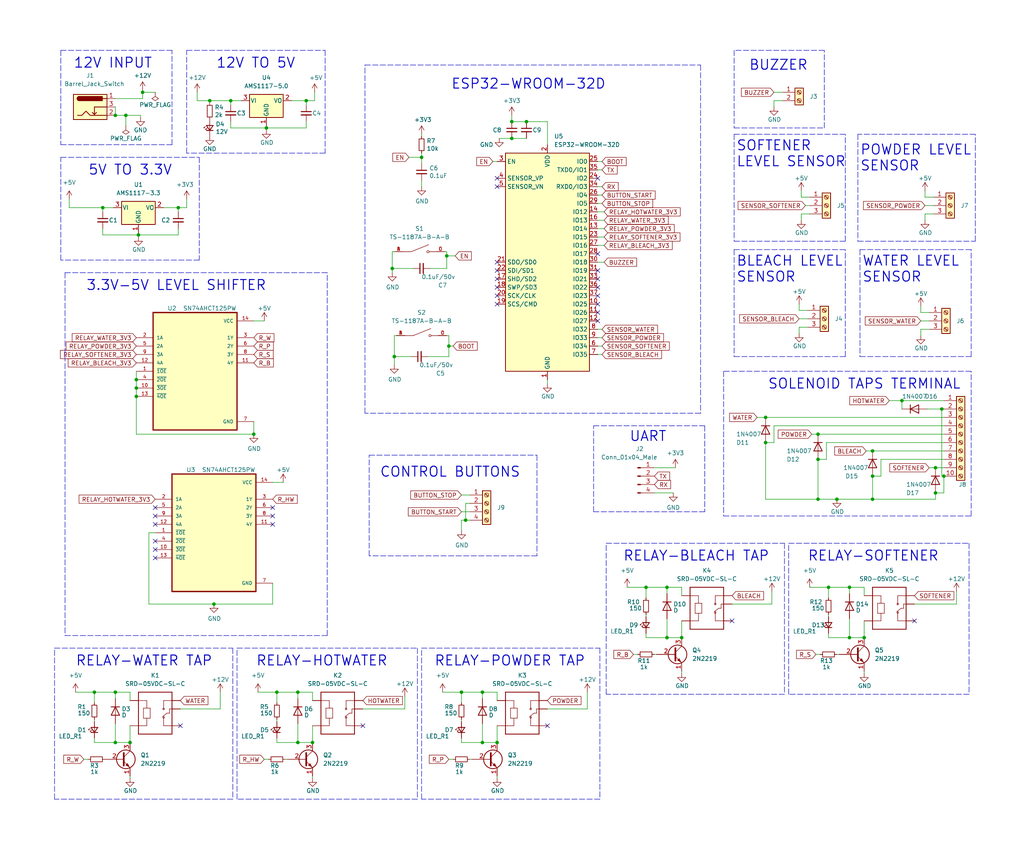
<source format=kicad_sch>
(kicad_sch (version 20211123) (generator eeschema)
  (paper "User" 310.007 260.02)
  (junction (at 201.93 177.8))
  (junction (at 43.18 27.94))
  (junction (at 119.38 107.95))
  (junction (at 135.255 77.47))
  (junction (at 283.21 141.605))
  (junction (at 154.94 36.83))
  (junction (at 257.175 193.04))
  (junction (at 250.825 177.8))
  (junction (at 201.93 193.04))
  (junction (at 31.115 62.865))
  (junction (at 146.05 209.55))
  (junction (at 80.645 38.735))
  (junction (at 283.21 149.225))
  (junction (at 247.65 139.065))
  (junction (at 53.975 62.865))
  (junction (at 264.16 136.525))
  (junction (at 140.97 157.48))
  (junction (at 247.65 131.445))
  (junction (at 94.615 224.79))
  (junction (at 64.77 182.88))
  (junction (at 261.62 193.04))
  (junction (at 34.925 224.79))
  (junction (at 90.17 209.55))
  (junction (at 83.82 209.55))
  (junction (at 39.37 224.79))
  (junction (at 273.05 121.285))
  (junction (at 231.775 133.985))
  (junction (at 195.58 177.8))
  (junction (at 76.835 131.445))
  (junction (at 41.91 71.12))
  (junction (at 206.375 193.04))
  (junction (at 253.365 151.13))
  (junction (at 118.745 81.28))
  (junction (at 34.925 34.925))
  (junction (at 69.85 30.48))
  (junction (at 154.94 41.91))
  (junction (at 231.775 126.365))
  (junction (at 63.5 30.48))
  (junction (at 247.65 151.13))
  (junction (at 90.17 224.79))
  (junction (at 146.05 224.79))
  (junction (at 257.175 177.8))
  (junction (at 150.495 224.79))
  (junction (at 127.635 47.625))
  (junction (at 264.16 144.145))
  (junction (at 41.275 120.015))
  (junction (at 159.385 36.83))
  (junction (at 139.7 209.55))
  (junction (at 41.275 117.475))
  (junction (at 28.575 209.55))
  (junction (at 92.71 30.48))
  (junction (at 264.16 151.13))
  (junction (at 285.75 144.145))
  (junction (at 38.1 34.925))
  (junction (at 41.275 114.935))
  (junction (at 285.115 123.825))
  (junction (at 34.925 209.55))
  (junction (at 135.89 104.775))
  (no_connect (at 82.55 153.67))
  (no_connect (at 46.99 153.67))
  (no_connect (at 46.99 163.83))
  (no_connect (at 46.99 168.91))
  (no_connect (at 46.99 158.75))
  (no_connect (at 46.99 156.21))
  (no_connect (at 46.99 166.37))
  (no_connect (at 82.55 158.75))
  (no_connect (at 82.55 156.21))
  (no_connect (at 54.61 219.71))
  (no_connect (at 109.855 219.71))
  (no_connect (at 150.495 89.535))
  (no_connect (at 150.495 92.075))
  (no_connect (at 150.495 84.455))
  (no_connect (at 150.495 79.375))
  (no_connect (at 150.495 81.915))
  (no_connect (at 150.495 86.995))
  (no_connect (at 165.735 219.71))
  (no_connect (at 150.495 53.975))
  (no_connect (at 150.495 56.515))
  (no_connect (at 180.975 53.975))
  (no_connect (at 276.86 187.96))
  (no_connect (at 221.615 187.96))
  (no_connect (at 180.975 84.455))
  (no_connect (at 180.975 97.155))
  (no_connect (at 180.975 94.615))
  (no_connect (at 180.975 89.535))
  (no_connect (at 180.975 92.075))
  (no_connect (at 180.975 86.995))
  (no_connect (at 180.975 76.835))
  (no_connect (at 180.975 81.915))
  (wire (pts (xy 250.825 186.055) (xy 250.825 186.69)))
  (wire (pts (xy 118.745 81.28) (xy 118.745 82.55)))
  (wire (pts (xy 41.275 120.015) (xy 41.275 131.445)))
  (wire (pts (xy 195.58 191.77) (xy 195.58 193.04)))
  (wire (pts (xy 289.56 179.07) (xy 289.56 182.88)))
  (wire (pts (xy 146.05 219.075) (xy 146.05 224.79)))
  (polyline (pts (xy 99.06 82.55) (xy 19.685 82.55)))
  (wire (pts (xy 180.975 64.135) (xy 182.88 64.135)))
  (wire (pts (xy 231.775 151.13) (xy 247.65 151.13)))
  (polyline (pts (xy 294.005 112.395) (xy 219.075 112.395)))
  (wire (pts (xy 281.305 141.605) (xy 283.21 141.605)))
  (wire (pts (xy 234.315 27.94) (xy 236.855 27.94)))
  (wire (pts (xy 39.37 209.55) (xy 39.37 212.09)))
  (wire (pts (xy 38.1 34.925) (xy 42.545 34.925)))
  (wire (pts (xy 82.55 176.53) (xy 82.55 182.88)))
  (wire (pts (xy 135.89 104.775) (xy 135.89 107.95)))
  (wire (pts (xy 273.05 123.825) (xy 273.05 121.285)))
  (polyline (pts (xy 255.905 73.025) (xy 255.905 40.64)))
  (wire (pts (xy 66.675 214.63) (xy 66.675 209.55)))
  (polyline (pts (xy 99.06 192.405) (xy 99.06 82.55)))
  (wire (pts (xy 82.55 182.88) (xy 64.77 182.88)))
  (wire (pts (xy 92.71 31.75) (xy 92.71 30.48)))
  (wire (pts (xy 129.54 107.95) (xy 135.89 107.95)))
  (wire (pts (xy 283.21 141.605) (xy 285.75 141.605)))
  (wire (pts (xy 180.975 48.895) (xy 182.245 48.895)))
  (polyline (pts (xy 238.76 210.185) (xy 238.76 164.465)))
  (polyline (pts (xy 111.76 137.795) (xy 162.56 137.795)))
  (wire (pts (xy 283.21 151.13) (xy 283.21 149.225)))
  (polyline (pts (xy 212.09 125.095) (xy 110.49 125.095)))
  (wire (pts (xy 92.71 36.83) (xy 92.71 38.735)))
  (wire (pts (xy 20.955 62.865) (xy 31.115 62.865)))
  (wire (pts (xy 261.62 187.96) (xy 261.62 193.04)))
  (wire (pts (xy 54.61 214.63) (xy 66.675 214.63)))
  (wire (pts (xy 56.515 60.325) (xy 56.515 62.865)))
  (polyline (pts (xy 18.415 47.625) (xy 60.325 47.625)))
  (wire (pts (xy 250.825 191.77) (xy 250.825 193.04)))
  (polyline (pts (xy 127.635 241.935) (xy 127.635 196.215)))
  (polyline (pts (xy 294.005 75.565) (xy 260.35 75.565)))
  (wire (pts (xy 133.985 209.55) (xy 139.7 209.55)))
  (polyline (pts (xy 179.705 128.905) (xy 213.36 128.905)))
  (polyline (pts (xy 71.755 241.935) (xy 71.755 196.215)))
  (wire (pts (xy 247.65 131.445) (xy 285.75 131.445)))
  (wire (pts (xy 264.16 144.145) (xy 266.7 144.145)))
  (wire (pts (xy 139.7 209.55) (xy 146.05 209.55)))
  (wire (pts (xy 43.18 27.305) (xy 43.18 27.94)))
  (wire (pts (xy 201.93 177.8) (xy 206.375 177.8)))
  (wire (pts (xy 229.235 126.365) (xy 231.775 126.365)))
  (wire (pts (xy 34.925 34.925) (xy 38.1 34.925)))
  (wire (pts (xy 69.85 30.48) (xy 73.025 30.48)))
  (wire (pts (xy 20.955 60.325) (xy 20.955 62.865)))
  (wire (pts (xy 264.16 151.13) (xy 283.21 151.13)))
  (wire (pts (xy 83.82 212.725) (xy 83.82 209.55)))
  (polyline (pts (xy 98.425 15.24) (xy 98.425 46.355)))
  (wire (pts (xy 83.82 224.79) (xy 90.17 224.79)))
  (wire (pts (xy 264.16 144.145) (xy 264.16 151.13)))
  (wire (pts (xy 34.925 209.55) (xy 39.37 209.55)))
  (wire (pts (xy 49.53 62.865) (xy 53.975 62.865)))
  (polyline (pts (xy 259.715 73.025) (xy 295.275 73.025)))
  (wire (pts (xy 90.17 209.55) (xy 90.17 211.455)))
  (polyline (pts (xy 219.075 156.21) (xy 294.005 156.21)))
  (wire (pts (xy 135.255 76.2) (xy 135.255 77.47)))
  (wire (pts (xy 139.7 149.86) (xy 142.24 149.86)))
  (wire (pts (xy 43.18 27.94) (xy 43.18 29.845)))
  (wire (pts (xy 92.71 38.735) (xy 80.645 38.735)))
  (wire (pts (xy 150.495 219.71) (xy 150.495 224.79)))
  (polyline (pts (xy 18.415 78.74) (xy 18.415 47.625)))
  (wire (pts (xy 231.775 126.365) (xy 285.75 126.365)))
  (polyline (pts (xy 18.415 43.815) (xy 52.07 43.815)))
  (wire (pts (xy 137.795 77.47) (xy 135.255 77.47)))
  (wire (pts (xy 127.635 40.64) (xy 127.635 41.275)))
  (wire (pts (xy 118.745 81.28) (xy 118.745 76.2)))
  (wire (pts (xy 280.035 57.785) (xy 280.035 59.69)))
  (polyline (pts (xy 222.25 73.025) (xy 255.905 73.025)))
  (wire (pts (xy 53.975 64.135) (xy 53.975 62.865)))
  (wire (pts (xy 90.17 209.55) (xy 94.615 209.55)))
  (wire (pts (xy 34.925 32.385) (xy 34.925 34.925)))
  (wire (pts (xy 34.925 224.79) (xy 39.37 224.79)))
  (wire (pts (xy 150.495 234.95) (xy 150.495 235.585)))
  (polyline (pts (xy 56.515 15.24) (xy 98.425 15.24)))
  (wire (pts (xy 140.97 152.4) (xy 140.97 157.48)))
  (wire (pts (xy 124.46 107.95) (xy 119.38 107.95)))
  (wire (pts (xy 80.01 229.87) (xy 81.28 229.87)))
  (polyline (pts (xy 213.36 128.905) (xy 213.36 154.94)))
  (polyline (pts (xy 222.25 38.735) (xy 249.555 38.735)))
  (wire (pts (xy 242.57 57.785) (xy 242.57 59.69)))
  (wire (pts (xy 86.36 229.87) (xy 86.995 229.87)))
  (wire (pts (xy 56.515 62.865) (xy 53.975 62.865)))
  (polyline (pts (xy 293.37 164.465) (xy 293.37 210.185)))
  (wire (pts (xy 233.68 179.07) (xy 233.68 182.88)))
  (polyline (pts (xy 19.685 192.405) (xy 99.06 192.405)))
  (polyline (pts (xy 255.905 107.95) (xy 255.905 75.565)))
  (wire (pts (xy 119.38 101.6) (xy 119.38 107.95)))
  (polyline (pts (xy 52.07 15.24) (xy 18.415 15.24)))
  (wire (pts (xy 201.93 187.325) (xy 201.93 193.04)))
  (polyline (pts (xy 18.415 15.24) (xy 18.415 43.815)))
  (wire (pts (xy 41.275 131.445) (xy 76.835 131.445)))
  (wire (pts (xy 94.615 209.55) (xy 94.615 212.09)))
  (wire (pts (xy 63.5 30.48) (xy 69.85 30.48)))
  (polyline (pts (xy 293.37 210.185) (xy 238.76 210.185)))
  (wire (pts (xy 198.12 141.605) (xy 204.47 141.605)))
  (wire (pts (xy 122.555 210.82) (xy 122.555 214.63)))
  (polyline (pts (xy 70.485 241.935) (xy 16.51 241.935)))
  (wire (pts (xy 69.85 31.75) (xy 69.85 30.48)))
  (wire (pts (xy 250.19 139.065) (xy 250.19 133.985)))
  (wire (pts (xy 247.015 198.12) (xy 248.285 198.12)))
  (wire (pts (xy 41.91 71.12) (xy 41.91 71.755)))
  (wire (pts (xy 31.115 62.865) (xy 34.29 62.865)))
  (wire (pts (xy 139.7 160.655) (xy 139.7 157.48)))
  (wire (pts (xy 135.89 229.87) (xy 137.16 229.87)))
  (wire (pts (xy 281.305 99.695) (xy 278.765 99.695)))
  (polyline (pts (xy 222.25 15.24) (xy 222.25 38.735)))
  (wire (pts (xy 182.245 51.435) (xy 180.975 51.435)))
  (wire (pts (xy 165.735 36.83) (xy 165.735 43.815)))
  (wire (pts (xy 242.57 64.77) (xy 242.57 66.675)))
  (polyline (pts (xy 294.005 156.21) (xy 294.005 112.395)))
  (wire (pts (xy 273.05 121.285) (xy 285.75 121.285)))
  (wire (pts (xy 146.05 224.79) (xy 150.495 224.79)))
  (wire (pts (xy 69.85 36.83) (xy 69.85 38.735)))
  (polyline (pts (xy 71.755 196.215) (xy 126.365 196.215)))
  (wire (pts (xy 142.24 229.87) (xy 142.875 229.87)))
  (polyline (pts (xy 213.36 154.94) (xy 179.705 154.94)))
  (wire (pts (xy 31.115 64.135) (xy 31.115 62.865)))
  (polyline (pts (xy 222.25 75.565) (xy 222.25 107.95)))
  (wire (pts (xy 247.65 139.065) (xy 250.19 139.065)))
  (wire (pts (xy 80.645 38.1) (xy 80.645 38.735)))
  (wire (pts (xy 285.75 149.225) (xy 283.21 149.225)))
  (wire (pts (xy 165.735 114.935) (xy 165.735 116.205)))
  (polyline (pts (xy 16.51 241.935) (xy 16.51 196.215)))
  (wire (pts (xy 38.1 34.925) (xy 38.1 38.1)))
  (wire (pts (xy 257.175 193.04) (xy 261.62 193.04)))
  (polyline (pts (xy 126.365 241.935) (xy 71.755 241.935)))
  (polyline (pts (xy 255.905 75.565) (xy 222.25 75.565)))
  (wire (pts (xy 53.975 71.12) (xy 41.91 71.12)))
  (polyline (pts (xy 238.76 164.465) (xy 293.37 164.465)))
  (wire (pts (xy 177.8 214.63) (xy 165.735 214.63)))
  (polyline (pts (xy 162.56 137.795) (xy 162.56 168.275)))
  (wire (pts (xy 266.7 144.145) (xy 266.7 139.065)))
  (wire (pts (xy 118.745 81.28) (xy 125.095 81.28)))
  (wire (pts (xy 123.825 47.625) (xy 127.635 47.625)))
  (polyline (pts (xy 237.49 164.465) (xy 237.49 210.185)))
  (wire (pts (xy 206.375 203.2) (xy 206.375 203.835)))
  (wire (pts (xy 278.765 92.71) (xy 278.765 94.615)))
  (polyline (pts (xy 52.07 43.815) (xy 52.07 15.24)))
  (wire (pts (xy 31.115 69.215) (xy 31.115 71.12)))
  (wire (pts (xy 285.75 144.145) (xy 285.115 144.145)))
  (wire (pts (xy 83.82 209.55) (xy 90.17 209.55)))
  (wire (pts (xy 28.575 224.79) (xy 34.925 224.79)))
  (polyline (pts (xy 295.275 73.025) (xy 295.275 40.64)))
  (wire (pts (xy 22.86 209.55) (xy 28.575 209.55)))
  (polyline (pts (xy 294.005 107.95) (xy 294.005 75.565)))
  (wire (pts (xy 43.18 27.94) (xy 46.99 27.94)))
  (wire (pts (xy 94.615 219.71) (xy 94.615 224.79)))
  (wire (pts (xy 289.56 182.88) (xy 276.86 182.88)))
  (wire (pts (xy 233.68 182.88) (xy 221.615 182.88)))
  (wire (pts (xy 95.25 30.48) (xy 92.71 30.48)))
  (wire (pts (xy 180.975 61.595) (xy 182.245 61.595)))
  (wire (pts (xy 180.975 107.315) (xy 182.245 107.315)))
  (wire (pts (xy 262.255 136.525) (xy 264.16 136.525)))
  (wire (pts (xy 250.825 180.975) (xy 250.825 177.8)))
  (wire (pts (xy 280.035 62.23) (xy 282.575 62.23)))
  (wire (pts (xy 88.265 30.48) (xy 92.71 30.48)))
  (wire (pts (xy 28.575 212.725) (xy 28.575 209.55)))
  (wire (pts (xy 234.315 133.985) (xy 234.315 128.905)))
  (wire (pts (xy 151.13 41.91) (xy 154.94 41.91)))
  (wire (pts (xy 53.975 69.215) (xy 53.975 71.12)))
  (wire (pts (xy 236.855 30.48) (xy 234.315 30.48)))
  (polyline (pts (xy 260.35 75.565) (xy 260.35 107.95)))
  (wire (pts (xy 180.975 79.375) (xy 182.88 79.375)))
  (wire (pts (xy 257.175 177.8) (xy 261.62 177.8)))
  (wire (pts (xy 198.12 198.12) (xy 198.755 198.12)))
  (wire (pts (xy 241.935 92.075) (xy 241.935 93.98)))
  (polyline (pts (xy 111.76 168.275) (xy 111.76 137.795)))
  (wire (pts (xy 34.925 209.55) (xy 34.925 211.455)))
  (polyline (pts (xy 222.25 107.95) (xy 255.905 107.95)))
  (polyline (pts (xy 237.49 210.185) (xy 183.515 210.185)))
  (wire (pts (xy 127.635 46.355) (xy 127.635 47.625)))
  (wire (pts (xy 242.57 59.69) (xy 245.11 59.69)))
  (wire (pts (xy 195.58 193.04) (xy 201.93 193.04)))
  (wire (pts (xy 146.05 209.55) (xy 150.495 209.55)))
  (wire (pts (xy 139.7 212.725) (xy 139.7 209.55)))
  (wire (pts (xy 134.62 76.2) (xy 135.255 76.2)))
  (wire (pts (xy 285.75 123.825) (xy 285.115 123.825)))
  (polyline (pts (xy 126.365 196.215) (xy 126.365 241.935)))
  (wire (pts (xy 182.245 56.515) (xy 180.975 56.515)))
  (wire (pts (xy 201.93 177.8) (xy 201.93 179.705)))
  (wire (pts (xy 180.975 102.235) (xy 182.245 102.235)))
  (wire (pts (xy 206.375 187.96) (xy 206.375 193.04)))
  (wire (pts (xy 59.69 27.94) (xy 59.69 30.48)))
  (wire (pts (xy 28.575 209.55) (xy 34.925 209.55)))
  (wire (pts (xy 41.275 117.475) (xy 41.275 120.015)))
  (wire (pts (xy 250.825 193.04) (xy 257.175 193.04)))
  (wire (pts (xy 244.475 99.06) (xy 241.935 99.06)))
  (wire (pts (xy 245.745 131.445) (xy 247.65 131.445)))
  (wire (pts (xy 180.975 59.055) (xy 182.245 59.055)))
  (wire (pts (xy 119.38 107.95) (xy 119.38 110.49)))
  (wire (pts (xy 83.82 223.52) (xy 83.82 224.79)))
  (polyline (pts (xy 162.56 168.275) (xy 111.76 168.275)))
  (wire (pts (xy 34.925 219.075) (xy 34.925 224.79)))
  (wire (pts (xy 139.7 217.805) (xy 139.7 218.44)))
  (polyline (pts (xy 19.685 82.55) (xy 19.685 192.405)))
  (wire (pts (xy 45.085 161.29) (xy 45.085 182.88)))
  (wire (pts (xy 150.495 209.55) (xy 150.495 212.09)))
  (wire (pts (xy 165.735 36.83) (xy 159.385 36.83)))
  (wire (pts (xy 195.58 186.055) (xy 195.58 186.69)))
  (wire (pts (xy 189.865 177.8) (xy 195.58 177.8)))
  (wire (pts (xy 261.62 177.8) (xy 261.62 180.34)))
  (wire (pts (xy 198.12 149.225) (xy 203.835 149.225)))
  (wire (pts (xy 139.7 224.79) (xy 146.05 224.79)))
  (polyline (pts (xy 110.49 19.685) (xy 212.09 19.685)))
  (wire (pts (xy 83.82 217.805) (xy 83.82 218.44)))
  (polyline (pts (xy 60.325 78.74) (xy 18.415 78.74)))
  (wire (pts (xy 39.37 234.95) (xy 39.37 235.585)))
  (wire (pts (xy 63.5 31.115) (xy 63.5 30.48)))
  (wire (pts (xy 234.315 128.905) (xy 285.75 128.905)))
  (wire (pts (xy 195.58 177.8) (xy 201.93 177.8)))
  (wire (pts (xy 135.255 101.6) (xy 135.89 101.6)))
  (wire (pts (xy 135.255 81.28) (xy 135.255 77.47)))
  (polyline (pts (xy 219.075 112.395) (xy 219.075 156.21)))
  (wire (pts (xy 195.58 180.975) (xy 195.58 177.8)))
  (wire (pts (xy 278.765 99.695) (xy 278.765 101.6)))
  (polyline (pts (xy 295.275 40.64) (xy 259.715 40.64)))
  (wire (pts (xy 247.65 151.13) (xy 253.365 151.13)))
  (wire (pts (xy 243.84 62.23) (xy 245.11 62.23)))
  (wire (pts (xy 180.975 66.675) (xy 182.88 66.675)))
  (wire (pts (xy 135.89 101.6) (xy 135.89 104.775)))
  (wire (pts (xy 245.11 177.8) (xy 250.825 177.8)))
  (wire (pts (xy 78.105 209.55) (xy 83.82 209.55)))
  (wire (pts (xy 241.935 96.52) (xy 244.475 96.52)))
  (wire (pts (xy 69.85 38.735) (xy 80.645 38.735)))
  (polyline (pts (xy 212.09 19.685) (xy 212.09 125.095)))
  (wire (pts (xy 241.935 93.98) (xy 244.475 93.98)))
  (wire (pts (xy 42.545 34.925) (xy 42.545 35.56)))
  (wire (pts (xy 95.25 27.94) (xy 95.25 30.48)))
  (wire (pts (xy 85.725 146.05) (xy 82.55 146.05)))
  (wire (pts (xy 39.37 219.71) (xy 39.37 224.79)))
  (wire (pts (xy 231.775 133.985) (xy 234.315 133.985)))
  (polyline (pts (xy 260.35 107.95) (xy 294.005 107.95)))
  (polyline (pts (xy 60.325 47.625) (xy 60.325 78.74)))
  (wire (pts (xy 234.315 30.48) (xy 234.315 32.385)))
  (polyline (pts (xy 98.425 46.355) (xy 56.515 46.355)))
  (wire (pts (xy 118.745 76.2) (xy 119.38 76.2)))
  (wire (pts (xy 140.97 157.48) (xy 142.24 157.48)))
  (wire (pts (xy 177.8 209.55) (xy 177.8 214.63)))
  (wire (pts (xy 90.17 219.075) (xy 90.17 224.79)))
  (wire (pts (xy 41.91 70.485) (xy 41.91 71.12)))
  (wire (pts (xy 257.175 187.325) (xy 257.175 193.04)))
  (wire (pts (xy 261.62 203.2) (xy 261.62 203.835)))
  (wire (pts (xy 25.4 229.87) (xy 26.67 229.87)))
  (wire (pts (xy 180.975 99.695) (xy 182.245 99.695)))
  (wire (pts (xy 278.765 97.155) (xy 281.305 97.155)))
  (wire (pts (xy 266.7 139.065) (xy 285.75 139.065)))
  (wire (pts (xy 127.635 47.625) (xy 127.635 49.53)))
  (wire (pts (xy 80.645 38.735) (xy 80.645 39.37)))
  (wire (pts (xy 282.575 64.77) (xy 280.035 64.77)))
  (wire (pts (xy 130.175 81.28) (xy 135.255 81.28)))
  (wire (pts (xy 250.825 177.8) (xy 257.175 177.8)))
  (wire (pts (xy 149.225 48.895) (xy 150.495 48.895)))
  (wire (pts (xy 285.115 123.825) (xy 280.67 123.825)))
  (wire (pts (xy 278.765 94.615) (xy 281.305 94.615)))
  (polyline (pts (xy 255.905 40.64) (xy 222.25 40.64)))
  (wire (pts (xy 127.635 54.61) (xy 127.635 56.515)))
  (wire (pts (xy 154.94 36.83) (xy 159.385 36.83)))
  (wire (pts (xy 146.05 209.55) (xy 146.05 211.455)))
  (polyline (pts (xy 183.515 210.185) (xy 183.515 164.465)))
  (wire (pts (xy 41.275 112.395) (xy 41.275 114.935)))
  (wire (pts (xy 31.115 71.12) (xy 41.91 71.12)))
  (wire (pts (xy 201.93 193.04) (xy 206.375 193.04)))
  (wire (pts (xy 180.975 74.295) (xy 182.88 74.295)))
  (wire (pts (xy 264.16 136.525) (xy 285.75 136.525)))
  (wire (pts (xy 135.89 104.775) (xy 137.16 104.775)))
  (wire (pts (xy 139.7 154.94) (xy 142.24 154.94)))
  (polyline (pts (xy 110.49 125.095) (xy 110.49 19.685)))
  (wire (pts (xy 142.24 152.4) (xy 140.97 152.4)))
  (wire (pts (xy 280.035 64.77) (xy 280.035 66.675)))
  (wire (pts (xy 250.19 133.985) (xy 285.75 133.985)))
  (wire (pts (xy 59.69 30.48) (xy 63.5 30.48)))
  (wire (pts (xy 180.975 104.775) (xy 182.245 104.775)))
  (polyline (pts (xy 222.25 40.64) (xy 222.25 73.025)))
  (wire (pts (xy 253.365 151.13) (xy 264.16 151.13)))
  (polyline (pts (xy 249.555 38.735) (xy 249.555 15.24)))
  (polyline (pts (xy 127.635 196.215) (xy 181.61 196.215)))
  (polyline (pts (xy 56.515 46.355) (xy 56.515 15.24)))
  (wire (pts (xy 253.365 198.12) (xy 254 198.12)))
  (polyline (pts (xy 249.555 15.24) (xy 222.25 15.24)))
  (polyline (pts (xy 181.61 196.215) (xy 181.61 241.935)))
  (wire (pts (xy 247.65 139.065) (xy 247.65 151.13)))
  (wire (pts (xy 28.575 217.805) (xy 28.575 218.44)))
  (polyline (pts (xy 179.705 154.94) (xy 179.705 128.905)))
  (wire (pts (xy 139.7 223.52) (xy 139.7 224.79)))
  (wire (pts (xy 285.75 144.145) (xy 285.75 149.225)))
  (wire (pts (xy 122.555 214.63) (xy 109.855 214.63)))
  (wire (pts (xy 180.975 69.215) (xy 182.88 69.215)))
  (wire (pts (xy 154.94 34.925) (xy 154.94 36.83)))
  (wire (pts (xy 231.775 133.985) (xy 231.775 151.13)))
  (polyline (pts (xy 181.61 241.935) (xy 127.635 241.935)))
  (wire (pts (xy 46.99 161.29) (xy 45.085 161.29)))
  (wire (pts (xy 41.275 114.935) (xy 41.275 117.475)))
  (wire (pts (xy 80.01 97.155) (xy 76.835 97.155)))
  (wire (pts (xy 180.975 71.755) (xy 182.88 71.755)))
  (wire (pts (xy 154.94 41.91) (xy 159.385 41.91)))
  (wire (pts (xy 34.925 29.845) (xy 43.18 29.845)))
  (wire (pts (xy 139.7 157.48) (xy 140.97 157.48)))
  (wire (pts (xy 245.11 64.77) (xy 242.57 64.77)))
  (wire (pts (xy 90.17 224.79) (xy 94.615 224.79)))
  (polyline (pts (xy 183.515 164.465) (xy 237.49 164.465)))
  (wire (pts (xy 206.375 177.8) (xy 206.375 180.34)))
  (wire (pts (xy 45.085 182.88) (xy 64.77 182.88)))
  (wire (pts (xy 257.175 177.8) (xy 257.175 179.705)))
  (wire (pts (xy 94.615 234.95) (xy 94.615 235.585)))
  (wire (pts (xy 241.935 99.06) (xy 241.935 100.965)))
  (wire (pts (xy 269.24 121.285) (xy 273.05 121.285)))
  (wire (pts (xy 28.575 223.52) (xy 28.575 224.79)))
  (wire (pts (xy 76.835 127.635) (xy 76.835 131.445)))
  (wire (pts (xy 119.38 101.6) (xy 120.015 101.6)))
  (wire (pts (xy 280.035 59.69) (xy 282.575 59.69)))
  (polyline (pts (xy 16.51 196.215) (xy 70.485 196.215)))
  (wire (pts (xy 191.77 198.12) (xy 193.04 198.12)))
  (polyline (pts (xy 70.485 196.215) (xy 70.485 241.935)))
  (polyline (pts (xy 259.715 40.64) (xy 259.715 73.025)))
  (wire (pts (xy 285.115 123.825) (xy 285.115 144.145)))
  (text "RELAY-HOTWATER\n" (at 77.47 201.93 0) (effects (font (size 3 3) (thickness 0.3) bold) (justify left bottom)))
  (text "RELAY-SOFTENER" (at 244.475 170.18 0) (effects (font (size 3 3) (thickness 0.3) bold) (justify left bottom)))
  (text "SOFTENER \nLEVEL SENSOR" (at 222.885 50.8 0) (effects (font (size 3 3) (thickness 0.3) bold) (justify left bottom)))
  (text "RELAY-BLEACH TAP" (at 188.595 170.18 0) (effects (font (size 3 3) (thickness 0.3) bold) (justify left bottom)))
  (text "ESP32-WROOM-32D" (at 136.525 27.305 0) (effects (font (size 3 3) (thickness 0.3) bold) (justify left bottom)))
  (text "RELAY-POWDER TAP" (at 131.445 201.93 0) (effects (font (size 3 3) (thickness 0.3) bold) (justify left bottom)))
  (text "UART\n" (at 190.5 133.985 0) (effects (font (size 3 3) (thickness 0.3) bold) (justify left bottom)))
  (text "RELAY-WATER TAP" (at 22.86 201.93 0) (effects (font (size 3 3) (thickness 0.3) bold) (justify left bottom)))
  (text "3.3V-5V LEVEL SHIFTER\n" (at 26.035 88.265 0) (effects (font (size 3 3) (thickness 0.3) bold) (justify left bottom)))
  (text "WATER LEVEL\nSENSOR" (at 260.985 85.725 0) (effects (font (size 3 3) (thickness 0.3) bold) (justify left bottom)))
  (text "12V TO 5V\n" (at 65.405 20.955 0) (effects (font (size 3 3) (thickness 0.3) bold) (justify left bottom)))
  (text "SOLENOID TAPS TERMINAL\n" (at 232.41 118.11 0) (effects (font (size 3 3) (thickness 0.3) bold) (justify left bottom)))
  (text "BLEACH LEVEL\nSENSOR" (at 222.885 85.725 0) (effects (font (size 3 3) (thickness 0.3) bold) (justify left bottom)))
  (text "5V TO 3.3V\n" (at 26.67 53.34 0) (effects (font (size 3 3) (thickness 0.3) bold) (justify left bottom)))
  (text "12V INPUT" (at 22.225 20.955 0) (effects (font (size 3 3) (thickness 0.3) bold) (justify left bottom)))
  (text "POWDER LEVEL\nSENSOR" (at 260.35 52.07 0) (effects (font (size 3 3) (thickness 0.3) bold) (justify left bottom)))
  (text "CONTROL BUTTONS" (at 114.935 144.78 0) (effects (font (size 3 3) (thickness 0.3) bold) (justify left bottom)))
  (text "BUZZER" (at 226.695 21.59 0) (effects (font (size 3 3) (thickness 0.3) bold) (justify left bottom)))
  (global_label "HOTWATER" (shape input) (at 109.855 212.09 0) (property "Intersheet References" "${INTERSHEET_REFS}" (effects hide)))
  (global_label "SOFTENER" (shape input) (at 276.86 180.34 0) (property "Intersheet References" "${INTERSHEET_REFS}" (effects hide)))
  (global_label "R_P" (shape input) (at 76.835 104.775 0) (property "Intersheet References" "${INTERSHEET_REFS}" (effects hide)))
  (global_label "R_HW" (shape input) (at 80.01 229.87 180) (property "Intersheet References" "${INTERSHEET_REFS}" (effects hide)))
  (global_label "RX" (shape input) (at 182.245 56.515 0) (property "Intersheet References" "${INTERSHEET_REFS}" (effects hide)))
  (global_label "RX" (shape input) (at 198.12 146.685 0) (property "Intersheet References" "${INTERSHEET_REFS}" (effects hide)))
  (global_label "BOOT" (shape input) (at 182.245 48.895 0) (property "Intersheet References" "${INTERSHEET_REFS}" (effects hide)))
  (global_label "BUTTON_STOP" (shape input) (at 182.245 61.595 0) (property "Intersheet References" "${INTERSHEET_REFS}" (effects hide)))
  (global_label "BLEACH" (shape input) (at 221.615 180.34 0) (property "Intersheet References" "${INTERSHEET_REFS}" (effects hide)))
  (global_label "R_W" (shape input) (at 76.835 102.235 0) (property "Intersheet References" "${INTERSHEET_REFS}" (effects hide)))
  (global_label "SENSOR_POWDER" (shape input) (at 182.245 102.235 0) (property "Intersheet References" "${INTERSHEET_REFS}" (effects hide)))
  (global_label "TX" (shape input) (at 182.245 51.435 0) (property "Intersheet References" "${INTERSHEET_REFS}" (effects hide)))
  (global_label "TX" (shape input) (at 198.12 144.145 0) (property "Intersheet References" "${INTERSHEET_REFS}" (effects hide)))
  (global_label "R_S" (shape input) (at 247.015 198.12 180) (property "Intersheet References" "${INTERSHEET_REFS}" (effects hide)))
  (global_label "SENSOR_WATER" (shape input) (at 182.245 99.695 0) (property "Intersheet References" "${INTERSHEET_REFS}" (effects hide)))
  (global_label "RELAY_WATER_3V3" (shape input) (at 41.275 102.235 180) (property "Intersheet References" "${INTERSHEET_REFS}" (effects hide)))
  (global_label "RELAY_SOFTENER_3V3" (shape input) (at 41.275 107.315 180) (property "Intersheet References" "${INTERSHEET_REFS}" (effects hide)))
  (global_label "WATER" (shape input) (at 54.61 212.09 0) (property "Intersheet References" "${INTERSHEET_REFS}" (effects hide)))
  (global_label "R_S" (shape input) (at 76.835 107.315 0) (property "Intersheet References" "${INTERSHEET_REFS}" (effects hide)))
  (global_label "RELAY_BLEACH_3V3" (shape input) (at 41.275 109.855 180) (property "Intersheet References" "${INTERSHEET_REFS}" (effects hide)))
  (global_label "BUTTON_STOP" (shape input) (at 139.7 149.86 180) (property "Intersheet References" "${INTERSHEET_REFS}" (effects hide)))
  (global_label "SENSOR_POWDER" (shape input) (at 280.035 62.23 180) (property "Intersheet References" "${INTERSHEET_REFS}" (effects hide)))
  (global_label "BUTTON_START" (shape input) (at 182.245 59.055 0) (property "Intersheet References" "${INTERSHEET_REFS}" (effects hide)))
  (global_label "SOFTENER" (shape input) (at 281.305 141.605 180) (property "Intersheet References" "${INTERSHEET_REFS}" (effects hide)))
  (global_label "RELAY_WATER_3V3" (shape input) (at 182.88 66.675 0) (property "Intersheet References" "${INTERSHEET_REFS}" (effects hide)))
  (global_label "RELAY_POWDER_3V3" (shape input) (at 41.275 104.775 180) (property "Intersheet References" "${INTERSHEET_REFS}" (effects hide)))
  (global_label "POWDER" (shape input) (at 165.735 212.09 0) (property "Intersheet References" "${INTERSHEET_REFS}" (effects hide)))
  (global_label "WATER" (shape input) (at 229.235 126.365 180) (property "Intersheet References" "${INTERSHEET_REFS}" (effects hide)))
  (global_label "POWDER" (shape input) (at 245.745 131.445 180) (property "Intersheet References" "${INTERSHEET_REFS}" (effects hide)))
  (global_label "BLEACH" (shape input) (at 262.255 136.525 180) (property "Intersheet References" "${INTERSHEET_REFS}" (effects hide)))
  (global_label "BOOT" (shape input) (at 137.16 104.775 0) (property "Intersheet References" "${INTERSHEET_REFS}" (effects hide)))
  (global_label "EN" (shape input) (at 149.225 48.895 180) (property "Intersheet References" "${INTERSHEET_REFS}" (effects hide)))
  (global_label "SENSOR_BLEACH" (shape input) (at 182.245 107.315 0) (property "Intersheet References" "${INTERSHEET_REFS}" (effects hide)))
  (global_label "R_B" (shape input) (at 191.77 198.12 180) (property "Intersheet References" "${INTERSHEET_REFS}" (effects hide)))
  (global_label "SENSOR_SOFTENER" (shape input) (at 243.84 62.23 180) (property "Intersheet References" "${INTERSHEET_REFS}" (effects hide)))
  (global_label "SENSOR_BLEACH" (shape input) (at 241.935 96.52 180) (property "Intersheet References" "${INTERSHEET_REFS}" (effects hide)))
  (global_label "SENSOR_SOFTENER" (shape input) (at 182.245 104.775 0) (property "Intersheet References" "${INTERSHEET_REFS}" (effects hide)))
  (global_label "R_HW" (shape input) (at 82.55 151.13 0) (property "Intersheet References" "${INTERSHEET_REFS}" (effects hide)))
  (global_label "RELAY_HOTWATER_3V3" (shape input) (at 46.99 151.13 180) (property "Intersheet References" "${INTERSHEET_REFS}" (effects hide)))
  (global_label "EN" (shape input) (at 137.795 77.47 0) (property "Intersheet References" "${INTERSHEET_REFS}" (effects hide)))
  (global_label "RELAY_SOFTENER_3V3" (shape input) (at 182.88 71.755 0) (property "Intersheet References" "${INTERSHEET_REFS}" (effects hide)))
  (global_label "RELAY_POWDER_3V3" (shape input) (at 182.88 69.215 0) (property "Intersheet References" "${INTERSHEET_REFS}" (effects hide)))
  (global_label "R_B" (shape input) (at 76.835 109.855 0) (property "Intersheet References" "${INTERSHEET_REFS}" (effects hide)))
  (global_label "EN" (shape input) (at 123.825 47.625 180) (property "Intersheet References" "${INTERSHEET_REFS}" (effects hide)))
  (global_label "BUZZER" (shape input) (at 234.315 27.94 180) (property "Intersheet References" "${INTERSHEET_REFS}" (effects hide)))
  (global_label "BUZZER" (shape input) (at 182.88 79.375 0) (property "Intersheet References" "${INTERSHEET_REFS}" (effects hide)))
  (global_label "HOTWATER" (shape input) (at 269.24 121.285 180) (property "Intersheet References" "${INTERSHEET_REFS}" (effects hide)))
  (global_label "SENSOR_WATER" (shape input) (at 278.765 97.155 180) (property "Intersheet References" "${INTERSHEET_REFS}" (effects hide)))
  (global_label "RELAY_BLEACH_3V3" (shape input) (at 182.88 74.295 0) (property "Intersheet References" "${INTERSHEET_REFS}" (effects hide)))
  (global_label "BUTTON_START" (shape input) (at 139.7 154.94 180) (property "Intersheet References" "${INTERSHEET_REFS}" (effects hide)))
  (global_label "R_W" (shape input) (at 25.4 229.87 180) (property "Intersheet References" "${INTERSHEET_REFS}" (effects hide)))
  (global_label "RELAY_HOTWATER_3V3" (shape input) (at 182.88 64.135 0) (property "Intersheet References" "${INTERSHEET_REFS}" (effects hide)))
  (global_label "R_P" (shape input) (at 135.89 229.87 180) (property "Intersheet References" "${INTERSHEET_REFS}" (effects hide)))
  (symbol (lib_id "Connector:Screw_Terminal_01x02") (at 241.935 27.94 0) (unit 1)
    (property "Reference" "J3" (at 245.11 29.2099 0) (effects (justify left)))
    (property "Value" "Screw_Terminal_01x02" (effects hide))
    (property "Footprint" "TerminalBlock_Phoenix:TerminalBlock_Phoenix_MKDS-3-2-5.08_1x02_P5.08mm_Horizontal" (effects hide))
  )
  (symbol (lib_id "Device:C_Small") (at 69.85 34.29 0) (mirror y) (unit 1)
    (property "Reference" "C3" (at 73.025 34.29 0))
    (property "Value" "10uF/10V/10%" (effects hide))
    (property "Footprint" "Capacitor_SMD:C_0603_1608Metric" (effects hide))
  )
  (symbol (lib_id "SRD-05VDC-SL-C:SRD-05VDC-SL-C") (at 158.115 214.63 0) (unit 1)
    (property "Reference" "K3" (at 158.115 204.47 0))
    (property "Value" "SRD-05VDC-SL-C" (at 158.115 207.01 0))
    (property "Footprint" "SRD-05VDC-SL-C:RELAY_SRD-05VDC-SL-C" (effects hide))
    (property "MANUFACTURER" "SONGLE RELAY" (effects hide))
    (property "STANDARD" "IPC-7251" (effects hide))
  )
  (symbol (lib_id "power:+3.3V") (at 204.47 141.605 0) (mirror y) (unit 1)
    (property "Reference" "#PWR031" (effects hide))
    (property "Value" "+3.3V" (at 204.47 137.16 0))
  )
  (symbol (lib_id "Transistor_BJT:2N2219") (at 36.83 229.87 0) (unit 1)
    (property "Reference" "Q1" (at 42.545 228.5999 0) (effects (justify left)))
    (property "Value" "2N2219" (at 42.545 231.1399 0) (effects (justify left)))
    (property "Footprint" "Package_TO_SOT_SMD:SOT-23" (effects hide))
    (property "Datasheet" "http://www.onsemi.com/pub_link/Collateral/2N2219-D.PDF" (effects hide))
  )
  (symbol (lib_id "Connector:Screw_Terminal_01x03") (at 250.19 62.23 0) (unit 1)
    (property "Reference" "J5" (at 253.365 62.2299 0) (effects (justify left)))
    (property "Value" "Screw_Terminal_01x03" (effects hide))
    (property "Footprint" "TerminalBlock_Phoenix:TerminalBlock_Phoenix_MKDS-3-3-5.08_1x03_P5.08mm_Horizontal" (effects hide))
  )
  (symbol (lib_id "Device:R_Small") (at 195.58 183.515 0) (unit 1)
    (property "Reference" "R10" (at 191.77 182.245 0))
    (property "Value" "150" (at 192.405 184.15 0))
    (property "Footprint" "Resistor_SMD:R_0603_1608Metric" (effects hide))
  )
  (symbol (lib_id "power:GND") (at 41.91 71.755 0) (unit 1)
    (property "Reference" "#PWR07" (effects hide))
    (property "Value" "GND" (at 40.005 75.565 0) (effects (justify left)))
  )
  (symbol (lib_id "SN74AHCT125PW:SN74AHCT125PW") (at 64.77 161.29 0) (unit 1)
    (property "Reference" "U3" (at 57.785 142.24 0))
    (property "Value" "SN74AHCT125PW" (at 69.215 142.24 0))
    (property "Footprint" "SN74AHCT125PW:SOP65P640X120-14N" (effects hide))
  )
  (symbol (lib_id "power:GND") (at 241.935 100.965 0) (unit 1)
    (property "Reference" "#PWR038" (effects hide))
    (property "Value" "GND" (at 240.03 104.775 0) (effects (justify left)))
  )
  (symbol (lib_id "Device:C_Small") (at 127.635 52.07 0) (unit 1)
    (property "Reference" "C6" (at 129.9718 50.9016 0) (effects (justify left)))
    (property "Value" "0.1uF" (at 129.9718 53.213 0) (effects (justify left)))
    (property "Footprint" "Capacitor_SMD:C_0603_1608Metric" (effects hide))
  )
  (symbol (lib_id "Device:R_Small") (at 63.5 33.655 0) (unit 1)
    (property "Reference" "R4" (at 64.9986 32.4866 0) (effects (justify left)))
    (property "Value" "2k" (at 64.9986 34.798 0) (effects (justify left)))
    (property "Footprint" "Resistor_SMD:R_0603_1608Metric" (effects hide))
  )
  (symbol (lib_id "power:+3.3V") (at 56.515 60.325 0) (mirror y) (unit 1)
    (property "Reference" "#PWR010" (effects hide))
    (property "Value" "+3.3V" (at 53.34 55.88 0) (effects (justify right)))
  )
  (symbol (lib_id "Diode:1N4007") (at 276.86 123.825 0) (mirror x) (unit 1)
    (property "Reference" "D16" (at 283.845 120.015 0) (effects (justify right)))
    (property "Value" "1N4007" (at 280.67 120.015 0) (effects (justify right)))
    (property "Footprint" "Diode_THT:D_DO-41_SOD81_P10.16mm_Horizontal" (effects hide))
    (property "Datasheet" "http://www.vishay.com/docs/88503/1n4001.pdf" (effects hide))
  )
  (symbol (lib_id "Device:LED_Small") (at 195.58 189.23 90) (unit 1)
    (property "Reference" "D9" (at 190.5 189.23 90) (effects (justify right)))
    (property "Value" "LED_R1" (at 184.785 191.135 90) (effects (justify right)))
    (property "Footprint" "LED_SMD:LED_0603_1608Metric" (effects hide))
  )
  (symbol (lib_id "Device:C_Small") (at 92.71 34.29 0) (mirror y) (unit 1)
    (property "Reference" "C4" (at 95.885 34.29 0))
    (property "Value" "10uF/10V/10%" (effects hide))
    (property "Footprint" "Capacitor_SMD:C_0603_1608Metric" (effects hide))
  )
  (symbol (lib_id "SRD-05VDC-SL-C:SRD-05VDC-SL-C") (at 213.995 182.88 0) (unit 1)
    (property "Reference" "K4" (at 213.995 172.72 0))
    (property "Value" "SRD-05VDC-SL-C" (at 213.995 175.26 0))
    (property "Footprint" "SRD-05VDC-SL-C:RELAY_SRD-05VDC-SL-C" (effects hide))
    (property "MANUFACTURER" "SONGLE RELAY" (effects hide))
    (property "STANDARD" "IPC-7251" (effects hide))
  )
  (symbol (lib_id "power:GND") (at 206.375 203.835 0) (unit 1)
    (property "Reference" "#PWR034" (effects hide))
    (property "Value" "GND" (at 204.47 207.645 0) (effects (justify left)))
  )
  (symbol (lib_id "power:GND") (at 151.13 41.91 0) (unit 1)
    (property "Reference" "#PWR027" (effects hide))
    (property "Value" "GND" (at 147.32 43.815 0))
  )
  (symbol (lib_id "Connector:Barrel_Jack_Switch") (at 27.305 32.385 0) (unit 1)
    (property "Reference" "J1" (at 27.305 22.86 0))
    (property "Value" "Barrel_Jack_Switch" (at 28.575 25.4 0))
    (property "Footprint" "Connector_BarrelJack:BarrelJack_Horizontal" (effects hide))
  )
  (symbol (lib_id "power:+12V") (at 289.56 179.07 0) (unit 1)
    (property "Reference" "#PWR048" (effects hide))
    (property "Value" "+12V" (at 289.56 175.26 0))
  )
  (symbol (lib_id "Device:LED_Small") (at 83.82 220.98 90) (unit 1)
    (property "Reference" "D5" (at 78.74 220.98 90) (effects (justify right)))
    (property "Value" "LED_R1" (at 73.025 222.885 90) (effects (justify right)))
    (property "Footprint" "LED_SMD:LED_0603_1608Metric" (effects hide))
  )
  (symbol (lib_id "Device:LED_Small") (at 250.825 189.23 90) (unit 1)
    (property "Reference" "D13" (at 245.745 189.23 90) (effects (justify right)))
    (property "Value" "LED_R1" (at 240.03 191.135 90) (effects (justify right)))
    (property "Footprint" "LED_SMD:LED_0603_1608Metric" (effects hide))
  )
  (symbol (lib_id "Device:R_Small") (at 127.635 43.815 0) (unit 1)
    (property "Reference" "R7" (at 129.1336 42.6466 0) (effects (justify left)))
    (property "Value" "10k" (at 129.1336 44.958 0) (effects (justify left)))
    (property "Footprint" "Resistor_SMD:R_0603_1608Metric" (effects hide))
  )
  (symbol (lib_id "power:GND") (at 278.765 101.6 0) (unit 1)
    (property "Reference" "#PWR045" (effects hide))
    (property "Value" "GND" (at 276.86 105.41 0) (effects (justify left)))
  )
  (symbol (lib_id "Connector:Screw_Terminal_01x03") (at 249.555 96.52 0) (unit 1)
    (property "Reference" "J4" (at 252.73 96.5199 0) (effects (justify left)))
    (property "Value" "Screw_Terminal_01x03" (effects hide))
    (property "Footprint" "TerminalBlock_Phoenix:TerminalBlock_Phoenix_MKDS-3-3-5.08_1x03_P5.08mm_Horizontal" (effects hide))
  )
  (symbol (lib_id "Diode:1N4007") (at 283.21 145.415 90) (mirror x) (unit 1)
    (property "Reference" "D17" (at 274.32 149.225 90) (effects (justify right)))
    (property "Value" "1N4007" (at 274.32 146.685 90) (effects (justify right)))
    (property "Footprint" "Diode_THT:D_DO-41_SOD81_P10.16mm_Horizontal" (effects hide))
    (property "Datasheet" "http://www.vishay.com/docs/88503/1n4001.pdf" (effects hide))
  )
  (symbol (lib_id "Transistor_BJT:2N2219") (at 259.08 198.12 0) (unit 1)
    (property "Reference" "Q5" (at 264.795 196.8499 0) (effects (justify left)))
    (property "Value" "2N2219" (at 264.795 199.3899 0) (effects (justify left)))
    (property "Footprint" "Package_TO_SOT_SMD:SOT-23" (effects hide))
    (property "Datasheet" "http://www.onsemi.com/pub_link/Collateral/2N2219-D.PDF" (effects hide))
  )
  (symbol (lib_id "Connector:Conn_01x04_Male") (at 193.04 144.145 0) (unit 1)
    (property "Reference" "J2" (at 193.675 135.89 0))
    (property "Value" "Conn_01x04_Male" (at 190.5 138.43 0))
    (property "Footprint" "Connector_PinHeader_2.54mm:PinHeader_1x04_P2.54mm_Vertical" (effects hide))
  )
  (symbol (lib_id "Diode:1N4007") (at 264.16 140.335 90) (mirror x) (unit 1)
    (property "Reference" "D15" (at 255.905 144.145 90) (effects (justify right)))
    (property "Value" "1N4007" (at 255.27 141.605 90) (effects (justify right)))
    (property "Footprint" "Diode_THT:D_DO-41_SOD81_P10.16mm_Horizontal" (effects hide))
    (property "Datasheet" "http://www.vishay.com/docs/88503/1n4001.pdf" (effects hide))
  )
  (symbol (lib_id "Device:LED_Small") (at 28.575 220.98 90) (unit 1)
    (property "Reference" "D1" (at 23.495 220.98 90) (effects (justify right)))
    (property "Value" "LED_R1" (at 17.78 222.885 90) (effects (justify right)))
    (property "Footprint" "LED_SMD:LED_0603_1608Metric" (effects hide))
  )
  (symbol (lib_id "power:+12V") (at 233.68 179.07 0) (unit 1)
    (property "Reference" "#PWR035" (effects hide))
    (property "Value" "+12V" (at 233.68 175.26 0))
  )
  (symbol (lib_id "power:+5V") (at 278.765 92.71 0) (unit 1)
    (property "Reference" "#PWR044" (effects hide))
    (property "Value" "+5V" (at 278.765 88.9 0))
  )
  (symbol (lib_id "power:GND") (at 63.5 41.275 0) (unit 1)
    (property "Reference" "#PWR09" (effects hide))
    (property "Value" "GND" (at 63.5 45.085 0))
  )
  (symbol (lib_id "power:GND") (at 261.62 203.835 0) (unit 1)
    (property "Reference" "#PWR043" (effects hide))
    (property "Value" "GND" (at 259.715 207.645 0) (effects (justify left)))
  )
  (symbol (lib_id "power:+5V") (at 245.11 177.8 0) (unit 1)
    (property "Reference" "#PWR041" (effects hide))
    (property "Value" "+5V" (at 245.11 172.72 0))
  )
  (symbol (lib_id "Connector:Screw_Terminal_01x04") (at 147.32 152.4 0) (unit 1)
    (property "Reference" "J9" (at 150.495 153.6699 0) (effects (justify left)))
    (property "Value" "Screw_Terminal_01x04" (effects hide))
    (property "Footprint" "TerminalBlock_Phoenix:TerminalBlock_Phoenix_MKDS-1,5-4-5.08_1x04_P5.08mm_Horizontal" (effects hide))
  )
  (symbol (lib_id "Device:LED_Small") (at 139.7 220.98 90) (unit 1)
    (property "Reference" "D7" (at 134.62 220.98 90) (effects (justify right)))
    (property "Value" "LED_R1" (at 128.905 222.885 90) (effects (justify right)))
    (property "Footprint" "LED_SMD:LED_0603_1608Metric" (effects hide))
  )
  (symbol (lib_id "Connector:Screw_Terminal_01x10") (at 290.83 131.445 0) (unit 1)
    (property "Reference" "J8" (at 290.195 146.685 0) (effects (justify left)))
    (property "Value" "Screw_Terminal_01x10" (effects hide))
    (property "Footprint" "TerminalBlock_Phoenix:TerminalBlock_Phoenix_MKDS-1,5-10-5.08_1x10_P5.08mm_Horizontal" (effects hide))
  )
  (symbol (lib_id "power:+12V") (at 43.18 27.305 0) (unit 1)
    (property "Reference" "#PWR05" (effects hide))
    (property "Value" "+12V" (at 43.18 22.86 0))
  )
  (symbol (lib_id "power:+12V") (at 66.675 209.55 0) (unit 1)
    (property "Reference" "#PWR012" (effects hide))
    (property "Value" "+12V" (at 66.675 205.74 0))
  )
  (symbol (lib_id "Device:D") (at 146.05 215.265 270) (unit 1)
    (property "Reference" "D8" (at 147.955 214.63 90) (effects (justify left)))
    (property "Value" "D" (at 147.955 216.535 90) (effects (justify left)))
    (property "Footprint" "Diode_SMD:D_0603_1608Metric" (effects hide))
  )
  (symbol (lib_id "Connector:Screw_Terminal_01x03") (at 286.385 97.155 0) (unit 1)
    (property "Reference" "J6" (at 289.56 97.1549 0) (effects (justify left)))
    (property "Value" "Screw_Terminal_01x03" (effects hide))
    (property "Footprint" "TerminalBlock_Phoenix:TerminalBlock_Phoenix_MKDS-3-3-5.08_1x03_P5.08mm_Horizontal" (effects hide))
  )
  (symbol (lib_id "power:GND") (at 165.735 116.205 0) (unit 1)
    (property "Reference" "#PWR029" (effects hide))
    (property "Value" "GND" (at 163.83 120.015 0) (effects (justify left)))
  )
  (symbol (lib_id "Diode:1N4007") (at 231.775 130.175 90) (mirror x) (unit 1)
    (property "Reference" "D11" (at 222.885 133.985 90) (effects (justify right)))
    (property "Value" "1N4007" (at 222.885 131.445 90) (effects (justify right)))
    (property "Footprint" "Diode_THT:D_DO-41_SOD81_P10.16mm_Horizontal" (effects hide))
    (property "Datasheet" "http://www.vishay.com/docs/88503/1n4001.pdf" (effects hide))
  )
  (symbol (lib_id "Device:LED_Small") (at 63.5 38.735 90) (unit 1)
    (property "Reference" "D4" (at 65.278 37.5666 90) (effects (justify right)))
    (property "Value" "12V" (at 65.278 39.878 90) (effects (justify right)))
    (property "Footprint" "LED_SMD:LED_0603_1608Metric" (effects hide))
  )
  (symbol (lib_id "Transistor_BJT:2N2219") (at 147.955 229.87 0) (unit 1)
    (property "Reference" "Q3" (at 153.67 228.5999 0) (effects (justify left)))
    (property "Value" "2N2219" (at 153.67 231.1399 0) (effects (justify left)))
    (property "Footprint" "Package_TO_SOT_SMD:SOT-23" (effects hide))
    (property "Datasheet" "http://www.onsemi.com/pub_link/Collateral/2N2219-D.PDF" (effects hide))
  )
  (symbol (lib_id "Transistor_BJT:2N2219") (at 203.835 198.12 0) (unit 1)
    (property "Reference" "Q4" (at 209.55 196.8499 0) (effects (justify left)))
    (property "Value" "2N2219" (at 209.55 199.3899 0) (effects (justify left)))
    (property "Footprint" "Package_TO_SOT_SMD:SOT-23" (effects hide))
    (property "Datasheet" "http://www.onsemi.com/pub_link/Collateral/2N2219-D.PDF" (effects hide))
  )
  (symbol (lib_id "Device:R_Small") (at 83.82 215.265 0) (unit 1)
    (property "Reference" "R5" (at 80.01 213.995 0))
    (property "Value" "150" (at 80.645 215.9 0))
    (property "Footprint" "Resistor_SMD:R_0603_1608Metric" (effects hide))
  )
  (symbol (lib_id "power:+5V") (at 85.725 146.05 0) (unit 1)
    (property "Reference" "#PWR017" (effects hide))
    (property "Value" "+5V" (at 85.725 142.24 0))
  )
  (symbol (lib_id "power:GND") (at 127.635 56.515 0) (unit 1)
    (property "Reference" "#PWR024" (effects hide))
    (property "Value" "GND" (at 127.762 60.9092 0))
  )
  (symbol (lib_id "power:GND") (at 64.77 182.88 0) (unit 1)
    (property "Reference" "#PWR011" (effects hide))
    (property "Value" "GND" (at 64.897 187.2742 0))
  )
  (symbol (lib_id "power:GND") (at 139.7 160.655 0) (unit 1)
    (property "Reference" "#PWR049" (effects hide))
    (property "Value" "GND" (at 139.827 165.0492 0))
  )
  (symbol (lib_id "Device:R_Small") (at 29.21 229.87 270) (unit 1)
    (property "Reference" "R3" (at 28.575 231.775 90))
    (property "Value" "1k" (at 28.575 233.68 90))
    (property "Footprint" "Resistor_SMD:R_0603_1608Metric" (effects hide))
  )
  (symbol (lib_id "power:+3.3V") (at 127.635 40.64 0) (unit 1)
    (property "Reference" "#PWR023" (effects hide))
    (property "Value" "+3.3V" (at 128.016 36.2458 0))
  )
  (symbol (lib_id "Device:R_Small") (at 83.82 229.87 270) (unit 1)
    (property "Reference" "R6" (at 83.185 231.775 90))
    (property "Value" "1k" (at 83.185 233.68 90))
    (property "Footprint" "Resistor_SMD:R_0603_1608Metric" (effects hide))
  )
  (symbol (lib_id "power:+5V") (at 242.57 57.785 0) (unit 1)
    (property "Reference" "#PWR039" (effects hide))
    (property "Value" "+5V" (at 242.57 53.975 0))
  )
  (symbol (lib_id "power:GND") (at 242.57 66.675 0) (unit 1)
    (property "Reference" "#PWR040" (effects hide))
    (property "Value" "GND" (at 240.665 70.485 0) (effects (justify left)))
  )
  (symbol (lib_id "power:GND") (at 80.645 39.37 0) (unit 1)
    (property "Reference" "#PWR013" (effects hide))
    (property "Value" "GND" (at 78.74 43.18 0) (effects (justify left)))
  )
  (symbol (lib_id "power:+12V") (at 59.69 27.94 0) (unit 1)
    (property "Reference" "#PWR08" (effects hide))
    (property "Value" "+12V" (at 59.69 23.495 0))
  )
  (symbol (lib_id "power:+12V") (at 177.8 209.55 0) (unit 1)
    (property "Reference" "#PWR032" (effects hide))
    (property "Value" "+12V" (at 177.8 205.74 0))
  )
  (symbol (lib_id "SN74AHCT125PW:SN74AHCT125PW") (at 59.055 112.395 0) (unit 1)
    (property "Reference" "U2" (at 52.07 93.345 0))
    (property "Value" "SN74AHCT125PW" (at 63.5 93.345 0))
    (property "Footprint" "SN74AHCT125PW:SOP65P640X120-14N" (effects hide))
  )
  (symbol (lib_id "power:GND") (at 39.37 235.585 0) (unit 1)
    (property "Reference" "#PWR06" (effects hide))
    (property "Value" "GND" (at 37.465 239.395 0) (effects (justify left)))
  )
  (symbol (lib_id "Device:D") (at 90.17 215.265 270) (unit 1)
    (property "Reference" "D6" (at 92.075 214.63 90) (effects (justify left)))
    (property "Value" "D" (at 92.075 216.535 90) (effects (justify left)))
    (property "Footprint" "Diode_SMD:D_0603_1608Metric" (effects hide))
  )
  (symbol (lib_id "power:+5V") (at 22.86 209.55 0) (unit 1)
    (property "Reference" "#PWR01" (effects hide))
    (property "Value" "+5V" (at 22.86 204.47 0))
  )
  (symbol (lib_id "power:+12V") (at 122.555 210.82 0) (unit 1)
    (property "Reference" "#PWR022" (effects hide))
    (property "Value" "+12V" (at 122.555 207.01 0))
  )
  (symbol (lib_id "power:+5V") (at 241.935 92.075 0) (unit 1)
    (property "Reference" "#PWR037" (effects hide))
    (property "Value" "+5V" (at 241.935 88.265 0))
  )
  (symbol (lib_id "power:+5V") (at 20.955 60.325 0) (unit 1)
    (property "Reference" "#PWR02" (effects hide))
    (property "Value" "+5V" (at 20.955 55.245 0))
  )
  (symbol (lib_id "Device:D") (at 34.925 215.265 270) (unit 1)
    (property "Reference" "D3" (at 36.83 214.63 90) (effects (justify left)))
    (property "Value" "D" (at 36.83 216.535 90) (effects (justify left)))
    (property "Footprint" "Diode_SMD:D_0603_1608Metric" (effects hide))
  )
  (symbol (lib_id "SRD-05VDC-SL-C:SRD-05VDC-SL-C") (at 46.99 214.63 0) (unit 1)
    (property "Reference" "K1" (at 46.99 204.47 0))
    (property "Value" "SRD-05VDC-SL-C" (at 46.99 207.01 0))
    (property "Footprint" "SRD-05VDC-SL-C:RELAY_SRD-05VDC-SL-C" (effects hide))
    (property "MANUFACTURER" "SONGLE RELAY" (effects hide))
    (property "STANDARD" "IPC-7251" (effects hide))
  )
  (symbol (lib_id "power:+5V") (at 95.25 27.94 0) (unit 1)
    (property "Reference" "#PWR018" (effects hide))
    (property "Value" "+5V" (at 95.631 23.5458 0))
  )
  (symbol (lib_id "Device:D") (at 201.93 183.515 270) (unit 1)
    (property "Reference" "D10" (at 203.835 182.88 90) (effects (justify left)))
    (property "Value" "D" (at 203.835 184.785 90) (effects (justify left)))
    (property "Footprint" "Diode_SMD:D_0603_1608Metric" (effects hide))
  )
  (symbol (lib_id "RF_Module:ESP32-WROOM-32D") (at 165.735 79.375 0) (unit 1)
    (property "Reference" "U5" (at 167.7544 41.275 0) (effects (justify left)))
    (property "Value" "ESP32-WROOM-32D" (at 167.7544 43.815 0) (effects (justify left)))
    (property "Footprint" "RF_Module:ESP32-WROOM-32" (effects hide))
    (property "Datasheet" "https://www.espressif.com/sites/default/files/documentation/esp32-wroom-32d_esp32-wroom-32u_datasheet_en.pdf" (effects hide))
  )
  (symbol (lib_id "power:GND") (at 253.365 151.13 0) (unit 1)
    (property "Reference" "#PWR042" (effects hide))
    (property "Value" "GND" (at 251.46 154.94 0) (effects (justify left)))
  )
  (symbol (lib_id "Device:C_Small") (at 127.635 81.28 90) (unit 1)
    (property "Reference" "C7" (at 133.985 86.36 90))
    (property "Value" "0.1uF/50v" (at 132.715 83.82 90))
    (property "Footprint" "Capacitor_SMD:C_0603_1608Metric" (effects hide))
  )
  (symbol (lib_id "Device:R_Small") (at 250.825 198.12 270) (unit 1)
    (property "Reference" "R13" (at 250.19 200.025 90))
    (property "Value" "1k" (at 250.19 201.93 90))
    (property "Footprint" "Resistor_SMD:R_0603_1608Metric" (effects hide))
  )
  (symbol (lib_id "SRD-05VDC-SL-C:SRD-05VDC-SL-C") (at 102.235 214.63 0) (unit 1)
    (property "Reference" "K2" (at 102.235 204.47 0))
    (property "Value" "SRD-05VDC-SL-C" (at 102.235 207.01 0))
    (property "Footprint" "SRD-05VDC-SL-C:RELAY_SRD-05VDC-SL-C" (effects hide))
    (property "MANUFACTURER" "SONGLE RELAY" (effects hide))
    (property "STANDARD" "IPC-7251" (effects hide))
  )
  (symbol (lib_id "Device:C_Small") (at 154.94 39.37 0) (mirror y) (unit 1)
    (property "Reference" "C8" (at 150.495 39.3763 0))
    (property "Value" "100nF/10V/10%" (effects hide))
    (property "Footprint" "Capacitor_SMD:C_0603_1608Metric" (effects hide))
  )
  (symbol (lib_id "power:GND") (at 234.315 32.385 0) (unit 1)
    (property "Reference" "#PWR036" (effects hide))
    (property "Value" "GND" (at 232.41 36.195 0) (effects (justify left)))
  )
  (symbol (lib_id "power:GND") (at 76.835 131.445 0) (unit 1)
    (property "Reference" "#PWR014" (effects hide))
    (property "Value" "GND" (at 76.962 135.8392 0))
  )
  (symbol (lib_id "power:+3.3V") (at 154.94 34.925 0) (mirror y) (unit 1)
    (property "Reference" "#PWR028" (effects hide))
    (property "Value" "+3.3V" (at 154.94 30.48 0))
  )
  (symbol (lib_id "power:+5V") (at 78.105 209.55 0) (unit 1)
    (property "Reference" "#PWR015" (effects hide))
    (property "Value" "+5V" (at 78.105 204.47 0))
  )
  (symbol (lib_id "Diode:1N4007") (at 247.65 135.255 90) (mirror x) (unit 1)
    (property "Reference" "D12" (at 238.125 139.065 90) (effects (justify right)))
    (property "Value" "1N4007" (at 238.125 136.525 90) (effects (justify right)))
    (property "Footprint" "Diode_THT:D_DO-41_SOD81_P10.16mm_Horizontal" (effects hide))
    (property "Datasheet" "http://www.vishay.com/docs/88503/1n4001.pdf" (effects hide))
  )
  (symbol (lib_id "power:+5V") (at 133.985 209.55 0) (unit 1)
    (property "Reference" "#PWR025" (effects hide))
    (property "Value" "+5V" (at 133.985 204.47 0))
  )
  (symbol (lib_id "power:GND") (at 280.035 66.675 0) (unit 1)
    (property "Reference" "#PWR047" (effects hide))
    (property "Value" "GND" (at 278.13 70.485 0) (effects (justify left)))
  )
  (symbol (lib_id "Device:C_Small") (at 53.975 66.675 0) (mirror y) (unit 1)
    (property "Reference" "C2" (at 50.165 66.675 0))
    (property "Value" "22uF/10V/10%" (effects hide))
    (property "Footprint" "Capacitor_SMD:C_0603_1608Metric" (effects hide))
  )
  (symbol (lib_id "Device:R_Small") (at 250.825 183.515 0) (unit 1)
    (property "Reference" "R12" (at 247.015 182.245 0))
    (property "Value" "150" (at 247.65 184.15 0))
    (property "Footprint" "Resistor_SMD:R_0603_1608Metric" (effects hide))
  )
  (symbol (lib_id "power:+5V") (at 80.01 97.155 0) (unit 1)
    (property "Reference" "#PWR016" (effects hide))
    (property "Value" "+5V" (at 80.01 93.345 0))
  )
  (symbol (lib_id "power:GND") (at 42.545 35.56 0) (unit 1)
    (property "Reference" "#PWR04" (effects hide))
    (property "Value" "GND" (at 42.545 39.37 0))
  )
  (symbol (lib_id "power:GND") (at 150.495 235.585 0) (unit 1)
    (property "Reference" "#PWR026" (effects hide))
    (property "Value" "GND" (at 148.59 239.395 0) (effects (justify left)))
  )
  (symbol (lib_id "Device:C_Small") (at 127 107.95 90) (unit 1)
    (property "Reference" "C5" (at 133.35 113.03 90))
    (property "Value" "0.1uF/50v" (at 132.08 110.49 90))
    (property "Footprint" "Capacitor_SMD:C_0603_1608Metric" (effects hide))
  )
  (symbol (lib_id "power:GND") (at 203.835 149.225 0) (unit 1)
    (property "Reference" "#PWR030" (effects hide))
    (property "Value" "GND" (at 203.835 153.67 0))
  )
  (symbol (lib_id "Device:R_Small") (at 139.7 229.87 270) (unit 1)
    (property "Reference" "R9" (at 139.065 231.775 90))
    (property "Value" "1k" (at 139.065 233.68 90))
    (property "Footprint" "Resistor_SMD:R_0603_1608Metric" (effects hide))
  )
  (symbol (lib_id "Regulator_Linear:AMS1117-5.0") (at 80.645 30.48 0) (unit 1)
    (property "Reference" "U4" (at 80.645 23.495 0))
    (property "Value" "AMS1117-5.0" (at 80.645 26.035 0))
    (property "Footprint" "Package_TO_SOT_SMD:SOT-223-3_TabPin2" (effects hide))
    (property "Datasheet" "http://www.advanced-monolithic.com/pdf/ds1117.pdf" (effects hide))
  )
  (symbol (lib_id "power:PWR_FLAG") (at 46.99 27.94 180) (unit 1)
    (property "Reference" "#FLG02" (effects hide))
    (property "Value" "PWR_FLAG" (at 46.99 31.75 0))
  )
  (symbol (lib_id "Device:R_Small") (at 28.575 215.265 0) (unit 1)
    (property "Reference" "R1" (at 24.765 213.995 0))
    (property "Value" "150" (at 25.4 215.9 0))
    (property "Footprint" "Resistor_SMD:R_0603_1608Metric" (effects hide))
  )
  (symbol (lib_id "power:GND") (at 94.615 235.585 0) (unit 1)
    (property "Reference" "#PWR019" (effects hide))
    (property "Value" "GND" (at 92.71 239.395 0) (effects (justify left)))
  )
  (symbol (lib_id "SRD-05VDC-SL-C:SRD-05VDC-SL-C") (at 269.24 182.88 0) (unit 1)
    (property "Reference" "K5" (at 269.24 172.72 0))
    (property "Value" "SRD-05VDC-SL-C" (at 269.24 175.26 0))
    (property "Footprint" "SRD-05VDC-SL-C:RELAY_SRD-05VDC-SL-C" (effects hide))
    (property "MANUFACTURER" "SONGLE RELAY" (effects hide))
    (property "STANDARD" "IPC-7251" (effects hide))
  )
  (symbol (lib_id "Device:R_Small") (at 139.7 215.265 0) (unit 1)
    (property "Reference" "R8" (at 135.89 213.995 0))
    (property "Value" "150" (at 136.525 215.9 0))
    (property "Footprint" "Resistor_SMD:R_0603_1608Metric" (effects hide))
  )
  (symbol (lib_id "Connector:Screw_Terminal_01x03") (at 287.655 62.23 0) (unit 1)
    (property "Reference" "J7" (at 290.83 62.2299 0) (effects (justify left)))
    (property "Value" "Screw_Terminal_01x03" (effects hide))
    (property "Footprint" "TerminalBlock_Phoenix:TerminalBlock_Phoenix_MKDS-3-3-5.08_1x03_P5.08mm_Horizontal" (effects hide))
  )
  (symbol (lib_id "power:PWR_FLAG") (at 38.1 38.1 180) (unit 1)
    (property "Reference" "#FLG01" (effects hide))
    (property "Value" "PWR_FLAG" (at 38.1 41.91 0))
  )
  (symbol (lib_id "Transistor_BJT:2N2219") (at 92.075 229.87 0) (unit 1)
    (property "Reference" "Q2" (at 97.79 228.5999 0) (effects (justify left)))
    (property "Value" "2N2219" (at 97.79 231.1399 0) (effects (justify left)))
    (property "Footprint" "Package_TO_SOT_SMD:SOT-23" (effects hide))
    (property "Datasheet" "http://www.onsemi.com/pub_link/Collateral/2N2219-D.PDF" (effects hide))
  )
  (symbol (lib_id "Device:C_Small") (at 159.385 39.37 0) (mirror y) (unit 1)
    (property "Reference" "C9" (at 162.56 39.37 0))
    (property "Value" "22uF/10V/10%" (effects hide))
    (property "Footprint" "Capacitor_SMD:C_0603_1608Metric" (effects hide))
  )
  (symbol (lib_id "Device:D") (at 257.175 183.515 270) (unit 1)
    (property "Reference" "D14" (at 259.08 182.88 90) (effects (justify left)))
    (property "Value" "D" (at 259.08 184.785 90) (effects (justify left)))
    (property "Footprint" "Diode_SMD:D_0603_1608Metric" (effects hide))
  )
  (symbol (lib_id "power:GND") (at 119.38 110.49 0) (unit 1)
    (property "Reference" "#PWR021" (effects hide))
    (property "Value" "GND" (at 119.507 114.8842 0))
  )
  (symbol (lib_id "Device:R_Small") (at 195.58 198.12 270) (unit 1)
    (property "Reference" "R11" (at 194.945 200.025 90))
    (property "Value" "1k" (at 194.945 201.93 90))
    (property "Footprint" "Resistor_SMD:R_0603_1608Metric" (effects hide))
  )
  (symbol (lib_id "power:+5V") (at 189.865 177.8 0) (unit 1)
    (property "Reference" "#PWR033" (effects hide))
    (property "Value" "+5V" (at 189.865 172.72 0))
  )
  (symbol (lib_id "power:+5V") (at 280.035 57.785 0) (unit 1)
    (property "Reference" "#PWR046" (effects hide))
    (property "Value" "+5V" (at 280.035 53.975 0))
  )
  (symbol (lib_id "Device:C_Small") (at 31.115 66.675 0) (mirror y) (unit 1)
    (property "Reference" "C1" (at 34.29 66.675 0))
    (property "Value" "22uF/10V/10%" (effects hide))
    (property "Footprint" "Capacitor_SMD:C_0603_1608Metric" (effects hide))
  )
  (symbol (lib_id "TS-1187A-B-A-B:TS-1187A-B-A-B") (at 127.635 101.6 0) (unit 1)
    (property "Reference" "S2" (at 127.635 94.615 0))
    (property "Value" "TS-1187A-B-A-B" (at 127.635 97.155 0))
    (property "Footprint" "TS-1187A-B-A-B:SW_TS-1187A-B-A-B" (effects hide))
    (property "PARTREV" "A0" (effects hide))
    (property "STANDARD" "Manufacturer Recommendations" (effects hide))
    (property "MAXIMUM_PACKAGE_HEIGHT" "1.5mm" (effects hide))
    (property "MANUFACTURER" "XKB Industrial Precision" (effects hide))
  )
  (symbol (lib_id "Regulator_Linear:AMS1117-3.3") (at 41.91 62.865 0) (unit 1)
    (property "Reference" "U1" (at 41.91 55.88 0))
    (property "Value" "AMS1117-3.3" (at 41.91 58.42 0))
    (property "Footprint" "Package_TO_SOT_SMD:SOT-223-3_TabPin2" (effects hide))
    (property "Datasheet" "http://www.advanced-monolithic.com/pdf/ds1117.pdf" (effects hide))
  )
  (symbol (lib_id "power:GND") (at 118.745 82.55 0) (unit 1)
    (property "Reference" "#PWR020" (effects hide))
    (property "Value" "GND" (at 118.872 86.9442 0))
  )
  (symbol (lib_id "TS-1187A-B-A-B:TS-1187A-B-A-B") (at 127 76.2 0) (unit 1)
    (property "Reference" "S1" (at 127 69.215 0))
    (property "Value" "TS-1187A-B-A-B" (at 127 71.755 0))
    (property "Footprint" "TS-1187A-B-A-B:SW_TS-1187A-B-A-B" (effects hide))
    (property "PARTREV" "A0" (effects hide))
    (property "STANDARD" "Manufacturer Recommendations" (effects hide))
    (property "MAXIMUM_PACKAGE_HEIGHT" "1.5mm" (effects hide))
    (property "MANUFACTURER" "XKB Industrial Precision" (effects hide))
  )
)
</source>
